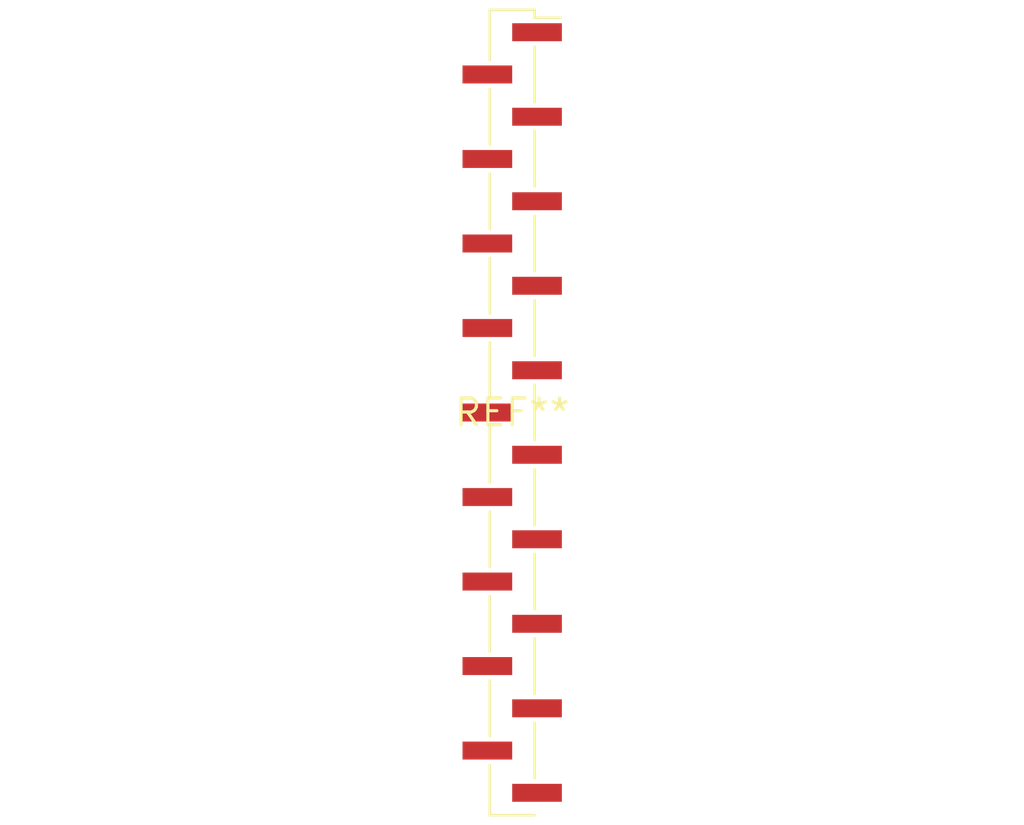
<source format=kicad_pcb>
(kicad_pcb (version 20240108) (generator pcbnew)
  (layers (0 "F.Cu" signal) (31 "B.Cu" signal) (34 "B.Paste" user) (35 "F.Paste" user) (36 "B.SilkS" user "B.Silkscreen") (37 "F.SilkS" user "F.Silkscreen") (38 "B.Mask" user) (39 "F.Mask" user) (44 "Edge.Cuts" user))
  (net 0 "")
  (footprint "PinHeader_1x19_P2.00mm_Vertical_SMD_Pin1Right" (layer "F.Cu") (at 0 0)
    (property "Reference" "REF**")
    (property "Value" "PinHeader_1x19_P2.00mm_Vertical_SMD_Pin1Right")
    (fp_line (start -1.06 -19.06) (end -1.06 -16.685) (layer "F.SilkS") (stroke (width 0.12)))
    (fp_line (start -1.06 -19.06) (end 1.06 -19.06) (layer "F.SilkS") (stroke (width 0.12)))
    (fp_line (start -1.06 -15.315) (end -1.06 -12.685) (layer "F.SilkS") (stroke (width 0.12)))
    (fp_line (start -1.06 -11.315) (end -1.06 -8.685) (layer "F.SilkS") (stroke (width 0.12)))
    (fp_line (start -1.06 -7.315) (end -1.06 -4.685) (layer "F.SilkS") (stroke (width 0.12)))
    (fp_line (start -1.06 -3.315) (end -1.06 -0.685) (layer "F.SilkS") (stroke (width 0.12)))
    (fp_line (start -1.06 0.685) (end -1.06 3.315) (layer "F.SilkS") (stroke (width 0.12)))
    (fp_line (start -1.06 4.685) (end -1.06 7.315) (layer "F.SilkS") (stroke (width 0.12)))
    (fp_line (start -1.06 8.685) (end -1.06 11.315) (layer "F.SilkS") (stroke (width 0.12)))
    (fp_line (start -1.06 12.685) (end -1.06 15.315) (layer "F.SilkS") (stroke (width 0.12)))
    (fp_line (start -1.06 16.685) (end -1.06 19.06) (layer "F.SilkS") (stroke (width 0.12)))
    (fp_line (start -1.06 18.685) (end -1.06 19.06) (layer "F.SilkS") (stroke (width 0.12)))
    (fp_line (start -1.06 19.06) (end 1.06 19.06) (layer "F.SilkS") (stroke (width 0.12)))
    (fp_line (start 1.06 -19.06) (end 1.06 -18.685) (layer "F.SilkS") (stroke (width 0.12)))
    (fp_line (start 1.06 -18.685) (end 2.29 -18.685) (layer "F.SilkS") (stroke (width 0.12)))
    (fp_line (start 1.06 -17.315) (end 1.06 -14.685) (layer "F.SilkS") (stroke (width 0.12)))
    (fp_line (start 1.06 -13.315) (end 1.06 -10.685) (layer "F.SilkS") (stroke (width 0.12)))
    (fp_line (start 1.06 -9.315) (end 1.06 -6.685) (layer "F.SilkS") (stroke (width 0.12)))
    (fp_line (start 1.06 -5.315) (end 1.06 -2.685) (layer "F.SilkS") (stroke (width 0.12)))
    (fp_line (start 1.06 -1.315) (end 1.06 1.315) (layer "F.SilkS") (stroke (width 0.12)))
    (fp_line (start 1.06 2.685) (end 1.06 5.315) (layer "F.SilkS") (stroke (width 0.12)))
    (fp_line (start 1.06 6.685) (end 1.06 9.315) (layer "F.SilkS") (stroke (width 0.12)))
    (fp_line (start 1.06 10.685) (end 1.06 13.315) (layer "F.SilkS") (stroke (width 0.12)))
    (fp_line (start 1.06 14.685) (end 1.06 17.315) (layer "F.SilkS") (stroke (width 0.12)))
    (pad "1" smd rect (at 1.175 -18) (size 2.35 0.85) (layers "F.Cu" "F.Paste" "F.Mask"))
    (pad "2" smd rect (at -1.175 -16) (size 2.35 0.85) (layers "F.Cu" "F.Paste" "F.Mask"))
    (pad "3" smd rect (at 1.175 -14) (size 2.35 0.85) (layers "F.Cu" "F.Paste" "F.Mask"))
    (pad "4" smd rect (at -1.175 -12) (size 2.35 0.85) (layers "F.Cu" "F.Paste" "F.Mask"))
    (pad "5" smd rect (at 1.175 -10) (size 2.35 0.85) (layers "F.Cu" "F.Paste" "F.Mask"))
    (pad "6" smd rect (at -1.175 -8) (size 2.35 0.85) (layers "F.Cu" "F.Paste" "F.Mask"))
    (pad "7" smd rect (at 1.175 -6) (size 2.35 0.85) (layers "F.Cu" "F.Paste" "F.Mask"))
    (pad "8" smd rect (at -1.175 -4) (size 2.35 0.85) (layers "F.Cu" "F.Paste" "F.Mask"))
    (pad "9" smd rect (at 1.175 -2) (size 2.35 0.85) (layers "F.Cu" "F.Paste" "F.Mask"))
    (pad "10" smd rect (at -1.175 0) (size 2.35 0.85) (layers "F.Cu" "F.Paste" "F.Mask"))
    (pad "11" smd rect (at 1.175 2) (size 2.35 0.85) (layers "F.Cu" "F.Paste" "F.Mask"))
    (pad "12" smd rect (at -1.175 4) (size 2.35 0.85) (layers "F.Cu" "F.Paste" "F.Mask"))
    (pad "13" smd rect (at 1.175 6) (size 2.35 0.85) (layers "F.Cu" "F.Paste" "F.Mask"))
    (pad "14" smd rect (at -1.175 8) (size 2.35 0.85) (layers "F.Cu" "F.Paste" "F.Mask"))
    (pad "15" smd rect (at 1.175 10) (size 2.35 0.85) (layers "F.Cu" "F.Paste" "F.Mask"))
    (pad "16" smd rect (at -1.175 12) (size 2.35 0.85) (layers "F.Cu" "F.Paste" "F.Mask"))
    (pad "17" smd rect (at 1.175 14) (size 2.35 0.85) (layers "F.Cu" "F.Paste" "F.Mask"))
    (pad "18" smd rect (at -1.175 16) (size 2.35 0.85) (layers "F.Cu" "F.Paste" "F.Mask"))
    (pad "19" smd rect (at 1.175 18) (size 2.35 0.85) (layers "F.Cu" "F.Paste" "F.Mask"))
  )
)
</source>
